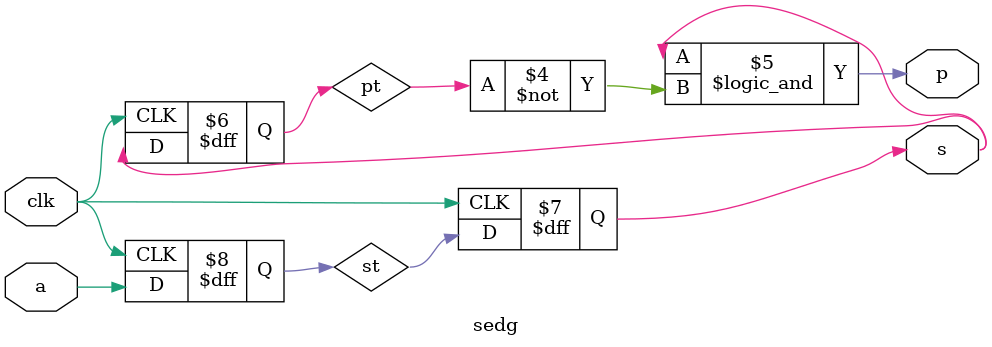
<source format=v>
module sedg(
    input a,
    input clk,
    output reg s,
    output wire p
 );
    reg st,pt;
    always@(posedge clk)
    begin
        st <= a;
    end
    always@(posedge clk)
    begin
        s <= st;
    end
    always@(posedge clk)begin
        pt <= s;
    end
    assign p = s && (~pt);
endmodule
</source>
